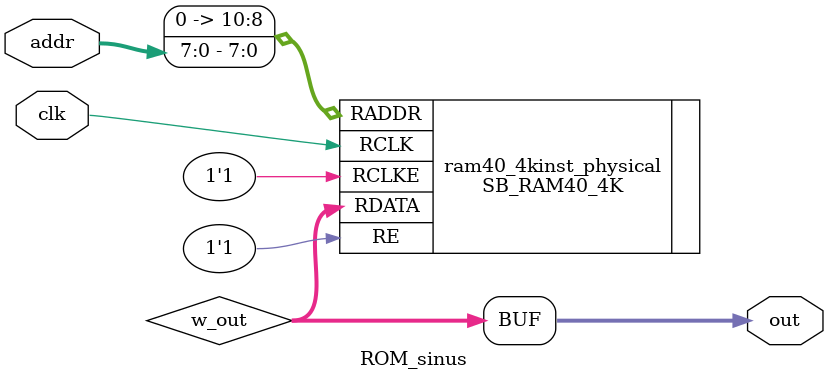
<source format=v>
module ROM_sinus
(
	input clk,
	input [7:0] addr,
	output reg [7:0]out
	);

SB_RAM40_4K #(.READ_MODE(1), .WRITE_MODE(0),
.INIT_0(256'h0205080B0E1114171A1D202326292C2F3236393C3E404346484B4D5052545759),
.INIT_1(256'h5B5D5F62646567696B6D6E7071737475767779797A7B7C7D7D7E7E7F7F7F7F7F))
ram40_4kinst_physical (
.RDATA(w_out),
.RADDR({3'b000, addr[7:0]}),
.RCLKE(1'b1),
.RCLK(clk),
.RE(1'b1)
);

wire [7:0] w_out;

/*initial begin
	mem[0]<=8'h02; 	 mem[1]<=8'h05;   mem[2]<=8'h08;   mem[3]<=8'h0b;   mem[4]<=8'h0e; 	 mem[5]<=8'h11;   mem[6]<=8'h14;   mem[7]<=8'h17;
    mem[8]<=8'h1a; 	 mem[9]<=8'h1d;   mem[10]<=8'h20;  mem[11]<=8'h23;  mem[12]<=8'h26;  mem[13]<=8'h29;  mem[14]<=8'h2c;  mem[15]<=8'h2f;
    mem[16]<=8'h32;  mem[17]<=8'h36;  mem[18]<=8'h39;  mem[19]<=8'h3c;  mem[20]<=8'h3e;  mem[21]<=8'h40;  mem[22]<=8'h43;  mem[23]<=8'h46;
    mem[24]<=8'h48;  mem[25]<=8'h4b;  mem[26]<=8'h4d;  mem[27]<=8'h50;  mem[28]<=8'h52;  mem[29]<=8'h54;  mem[30]<=8'h57;  mem[31]<=8'h59;
    mem[32]<=8'h5b;  mem[33]<=8'h5d;  mem[34]<=8'h5f;  mem[35]<=8'h62;  mem[36]<=8'h64;  mem[37]<=8'h65;  mem[38]<=8'h67;  mem[39]<=8'h69;
    mem[40]<=8'h6b;  mem[41]<=8'h6d;  mem[42]<=8'h6e;  mem[43]<=8'h70;  mem[44]<=8'h71;  mem[45]<=8'h73;  mem[46]<=8'h74;  mem[47]<=8'h75;
    mem[48]<=8'h76;  mem[49]<=8'h77;  mem[50]<=8'h79;  mem[51]<=8'h79;  mem[52]<=8'h7a;  mem[53]<=8'h7b;  mem[54]<=8'h7c;  mem[55]<=8'h7d;
    mem[56]<=8'h7d;  mem[57]<=8'h7e;  mem[58]<=8'h7e;  mem[59]<=8'h7f;  mem[60]<=8'h7f;  mem[61]<=8'h7f;  mem[62]<=8'h7f;  mem[63]<=8'h7f;
end
always @(posedge clk)
begin
	out<=mem[addr];
end*/
assign w_out = out;

endmodule
</source>
